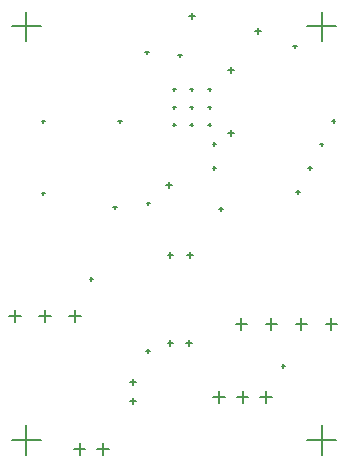
<source format=gbr>
G04*
G04 #@! TF.GenerationSoftware,Altium Limited,Altium Designer,22.4.2 (48)*
G04*
G04 Layer_Color=128*
%FSLAX44Y44*%
%MOMM*%
G71*
G04*
G04 #@! TF.SameCoordinates,805B4EF3-34EF-46CF-B3EC-FB7C4EB053B5*
G04*
G04*
G04 #@! TF.FilePolarity,Positive*
G04*
G01*
G75*
%ADD11C,0.1270*%
D11*
X163750Y306600D02*
X166250D01*
X165000Y305350D02*
Y307850D01*
X163750Y291600D02*
X166250D01*
X165000Y290350D02*
Y292850D01*
X163750Y321670D02*
X166250D01*
X165000Y320420D02*
Y322920D01*
X148750Y306600D02*
X151250D01*
X150000Y305350D02*
Y307850D01*
X178750Y306600D02*
X181250D01*
X180000Y305350D02*
Y307850D01*
X178750Y291600D02*
X181250D01*
X180000Y290350D02*
Y292850D01*
X148750Y291600D02*
X151250D01*
X150000Y290350D02*
Y292850D01*
X148750Y321670D02*
X151250D01*
X150000Y320420D02*
Y322920D01*
X178750Y321670D02*
X181250D01*
X180000Y320420D02*
Y322920D01*
X65000Y17000D02*
X75000D01*
X70000Y12000D02*
Y22000D01*
X85000Y17000D02*
X95000D01*
X90000Y12000D02*
Y22000D01*
X222960Y60960D02*
X232960D01*
X227960Y55960D02*
Y65960D01*
X202960Y60960D02*
X212960D01*
X207960Y55960D02*
Y65960D01*
X182960Y60960D02*
X192960D01*
X187960Y55960D02*
Y65960D01*
X35640Y130000D02*
X45640D01*
X40640Y125000D02*
Y135000D01*
X61040Y130000D02*
X71040D01*
X66040Y125000D02*
Y135000D01*
X10240Y130000D02*
X20240D01*
X15240Y125000D02*
Y135000D01*
X202010Y123190D02*
X212010D01*
X207010Y118190D02*
Y128190D01*
X252810Y123190D02*
X262810D01*
X257810Y118190D02*
Y128190D01*
X227410Y123190D02*
X237410D01*
X232410Y118190D02*
Y128190D01*
X278210Y123190D02*
X288210D01*
X283210Y118190D02*
Y128190D01*
X12500Y25000D02*
X37500D01*
X25000Y12500D02*
Y37500D01*
X262500Y375000D02*
X287500D01*
X275000Y362500D02*
Y387500D01*
X12500Y375000D02*
X37500D01*
X25000Y362500D02*
Y387500D01*
X262500Y25000D02*
X287500D01*
X275000Y12500D02*
Y37500D01*
X153440Y350520D02*
X156440D01*
X154940Y349020D02*
Y352020D01*
X195620Y337820D02*
X200620D01*
X198120Y335320D02*
Y340320D01*
X241070Y87630D02*
X244070D01*
X242570Y86130D02*
Y89130D01*
X250757Y358099D02*
X253757D01*
X252257Y356599D02*
Y359599D01*
X125500Y353060D02*
X128500D01*
X127000Y351560D02*
Y354560D01*
X188367Y220271D02*
X191367D01*
X189867Y218771D02*
Y221771D01*
X127000Y225177D02*
X129540D01*
X128270Y223907D02*
Y226447D01*
X126209Y100074D02*
X129209D01*
X127709Y98574D02*
Y101574D01*
X160440Y106680D02*
X165440D01*
X162940Y104180D02*
Y109180D01*
X144440Y106680D02*
X149440D01*
X146940Y104180D02*
Y109180D01*
X195620Y284480D02*
X200620D01*
X198120Y281980D02*
Y286980D01*
X37870Y294640D02*
X40870D01*
X39370Y293140D02*
Y296140D01*
X143577Y240481D02*
X148577D01*
X146077Y237981D02*
Y242981D01*
X98504Y221661D02*
X101504D01*
X100005Y220161D02*
Y223161D01*
X161330Y181610D02*
X166330D01*
X163830Y179110D02*
Y184110D01*
X144440Y181610D02*
X149440D01*
X146940Y179110D02*
Y184110D01*
X78510Y161290D02*
X81510D01*
X80010Y159790D02*
Y162790D01*
X102640Y294640D02*
X105640D01*
X104140Y293140D02*
Y296140D01*
X37870Y233545D02*
X40870D01*
X39370Y232045D02*
Y235045D01*
X182650Y275590D02*
X185650D01*
X184150Y274090D02*
Y277090D01*
X182650Y255270D02*
X185650D01*
X184150Y253770D02*
Y256770D01*
X253500Y235000D02*
X256500D01*
X255000Y233500D02*
Y236500D01*
X263500Y255000D02*
X266500D01*
X265000Y253500D02*
Y256500D01*
X283500Y295000D02*
X286500D01*
X285000Y293500D02*
Y296500D01*
X273500Y275000D02*
X276500D01*
X275000Y273500D02*
Y276500D01*
X218480Y370840D02*
X223480D01*
X220980Y368340D02*
Y373340D01*
X162500Y383800D02*
X167500D01*
X165000Y381300D02*
Y386300D01*
X113070Y73660D02*
X118070D01*
X115570Y71160D02*
Y76160D01*
X113070Y58040D02*
X118070D01*
X115570Y55540D02*
Y60540D01*
M02*

</source>
